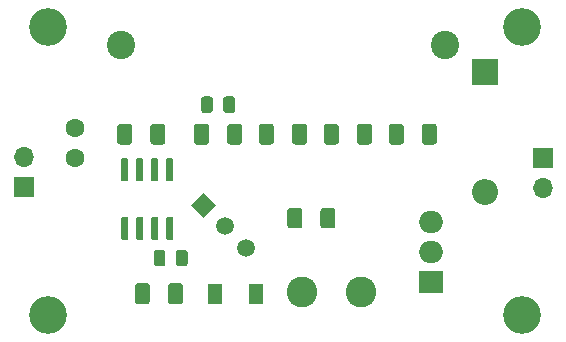
<source format=gts>
G04 #@! TF.GenerationSoftware,KiCad,Pcbnew,5.1.5+dfsg1-2build2*
G04 #@! TF.CreationDate,2021-09-03T15:27:24+02:00*
G04 #@! TF.ProjectId,180V power supply,31383056-2070-46f7-9765-722073757070,rev?*
G04 #@! TF.SameCoordinates,Original*
G04 #@! TF.FileFunction,Soldermask,Top*
G04 #@! TF.FilePolarity,Negative*
%FSLAX46Y46*%
G04 Gerber Fmt 4.6, Leading zero omitted, Abs format (unit mm)*
G04 Created by KiCad (PCBNEW 5.1.5+dfsg1-2build2) date 2021-09-03 15:27:24*
%MOMM*%
%LPD*%
G04 APERTURE LIST*
%ADD10O,1.700000X1.700000*%
%ADD11R,1.700000X1.700000*%
%ADD12C,2.400000*%
%ADD13C,3.200000*%
%ADD14C,1.600000*%
%ADD15C,0.100000*%
%ADD16R,1.300000X1.700000*%
%ADD17R,2.200000X2.200000*%
%ADD18O,2.200000X2.200000*%
%ADD19C,1.500000*%
%ADD20R,2.000000X1.905000*%
%ADD21O,2.000000X1.905000*%
%ADD22C,2.600000*%
G04 APERTURE END LIST*
D10*
X109500000Y-72040000D03*
D11*
X109500000Y-69500000D03*
X65532000Y-72000000D03*
D10*
X65532000Y-69460000D03*
D12*
X101250000Y-59944000D03*
X73750000Y-59944000D03*
D13*
X107696000Y-82804000D03*
X67564000Y-82804000D03*
X107696000Y-58420000D03*
X67564000Y-58420000D03*
D14*
X69900000Y-69500000D03*
X69900000Y-67000000D03*
D15*
G36*
X81330142Y-64301174D02*
G01*
X81353803Y-64304684D01*
X81377007Y-64310496D01*
X81399529Y-64318554D01*
X81421153Y-64328782D01*
X81441670Y-64341079D01*
X81460883Y-64355329D01*
X81478607Y-64371393D01*
X81494671Y-64389117D01*
X81508921Y-64408330D01*
X81521218Y-64428847D01*
X81531446Y-64450471D01*
X81539504Y-64472993D01*
X81545316Y-64496197D01*
X81548826Y-64519858D01*
X81550000Y-64543750D01*
X81550000Y-65456250D01*
X81548826Y-65480142D01*
X81545316Y-65503803D01*
X81539504Y-65527007D01*
X81531446Y-65549529D01*
X81521218Y-65571153D01*
X81508921Y-65591670D01*
X81494671Y-65610883D01*
X81478607Y-65628607D01*
X81460883Y-65644671D01*
X81441670Y-65658921D01*
X81421153Y-65671218D01*
X81399529Y-65681446D01*
X81377007Y-65689504D01*
X81353803Y-65695316D01*
X81330142Y-65698826D01*
X81306250Y-65700000D01*
X80818750Y-65700000D01*
X80794858Y-65698826D01*
X80771197Y-65695316D01*
X80747993Y-65689504D01*
X80725471Y-65681446D01*
X80703847Y-65671218D01*
X80683330Y-65658921D01*
X80664117Y-65644671D01*
X80646393Y-65628607D01*
X80630329Y-65610883D01*
X80616079Y-65591670D01*
X80603782Y-65571153D01*
X80593554Y-65549529D01*
X80585496Y-65527007D01*
X80579684Y-65503803D01*
X80576174Y-65480142D01*
X80575000Y-65456250D01*
X80575000Y-64543750D01*
X80576174Y-64519858D01*
X80579684Y-64496197D01*
X80585496Y-64472993D01*
X80593554Y-64450471D01*
X80603782Y-64428847D01*
X80616079Y-64408330D01*
X80630329Y-64389117D01*
X80646393Y-64371393D01*
X80664117Y-64355329D01*
X80683330Y-64341079D01*
X80703847Y-64328782D01*
X80725471Y-64318554D01*
X80747993Y-64310496D01*
X80771197Y-64304684D01*
X80794858Y-64301174D01*
X80818750Y-64300000D01*
X81306250Y-64300000D01*
X81330142Y-64301174D01*
G37*
G36*
X83205142Y-64301174D02*
G01*
X83228803Y-64304684D01*
X83252007Y-64310496D01*
X83274529Y-64318554D01*
X83296153Y-64328782D01*
X83316670Y-64341079D01*
X83335883Y-64355329D01*
X83353607Y-64371393D01*
X83369671Y-64389117D01*
X83383921Y-64408330D01*
X83396218Y-64428847D01*
X83406446Y-64450471D01*
X83414504Y-64472993D01*
X83420316Y-64496197D01*
X83423826Y-64519858D01*
X83425000Y-64543750D01*
X83425000Y-65456250D01*
X83423826Y-65480142D01*
X83420316Y-65503803D01*
X83414504Y-65527007D01*
X83406446Y-65549529D01*
X83396218Y-65571153D01*
X83383921Y-65591670D01*
X83369671Y-65610883D01*
X83353607Y-65628607D01*
X83335883Y-65644671D01*
X83316670Y-65658921D01*
X83296153Y-65671218D01*
X83274529Y-65681446D01*
X83252007Y-65689504D01*
X83228803Y-65695316D01*
X83205142Y-65698826D01*
X83181250Y-65700000D01*
X82693750Y-65700000D01*
X82669858Y-65698826D01*
X82646197Y-65695316D01*
X82622993Y-65689504D01*
X82600471Y-65681446D01*
X82578847Y-65671218D01*
X82558330Y-65658921D01*
X82539117Y-65644671D01*
X82521393Y-65628607D01*
X82505329Y-65610883D01*
X82491079Y-65591670D01*
X82478782Y-65571153D01*
X82468554Y-65549529D01*
X82460496Y-65527007D01*
X82454684Y-65503803D01*
X82451174Y-65480142D01*
X82450000Y-65456250D01*
X82450000Y-64543750D01*
X82451174Y-64519858D01*
X82454684Y-64496197D01*
X82460496Y-64472993D01*
X82468554Y-64450471D01*
X82478782Y-64428847D01*
X82491079Y-64408330D01*
X82505329Y-64389117D01*
X82521393Y-64371393D01*
X82539117Y-64355329D01*
X82558330Y-64341079D01*
X82578847Y-64328782D01*
X82600471Y-64318554D01*
X82622993Y-64310496D01*
X82646197Y-64304684D01*
X82669858Y-64301174D01*
X82693750Y-64300000D01*
X83181250Y-64300000D01*
X83205142Y-64301174D01*
G37*
G36*
X77330142Y-77301174D02*
G01*
X77353803Y-77304684D01*
X77377007Y-77310496D01*
X77399529Y-77318554D01*
X77421153Y-77328782D01*
X77441670Y-77341079D01*
X77460883Y-77355329D01*
X77478607Y-77371393D01*
X77494671Y-77389117D01*
X77508921Y-77408330D01*
X77521218Y-77428847D01*
X77531446Y-77450471D01*
X77539504Y-77472993D01*
X77545316Y-77496197D01*
X77548826Y-77519858D01*
X77550000Y-77543750D01*
X77550000Y-78456250D01*
X77548826Y-78480142D01*
X77545316Y-78503803D01*
X77539504Y-78527007D01*
X77531446Y-78549529D01*
X77521218Y-78571153D01*
X77508921Y-78591670D01*
X77494671Y-78610883D01*
X77478607Y-78628607D01*
X77460883Y-78644671D01*
X77441670Y-78658921D01*
X77421153Y-78671218D01*
X77399529Y-78681446D01*
X77377007Y-78689504D01*
X77353803Y-78695316D01*
X77330142Y-78698826D01*
X77306250Y-78700000D01*
X76818750Y-78700000D01*
X76794858Y-78698826D01*
X76771197Y-78695316D01*
X76747993Y-78689504D01*
X76725471Y-78681446D01*
X76703847Y-78671218D01*
X76683330Y-78658921D01*
X76664117Y-78644671D01*
X76646393Y-78628607D01*
X76630329Y-78610883D01*
X76616079Y-78591670D01*
X76603782Y-78571153D01*
X76593554Y-78549529D01*
X76585496Y-78527007D01*
X76579684Y-78503803D01*
X76576174Y-78480142D01*
X76575000Y-78456250D01*
X76575000Y-77543750D01*
X76576174Y-77519858D01*
X76579684Y-77496197D01*
X76585496Y-77472993D01*
X76593554Y-77450471D01*
X76603782Y-77428847D01*
X76616079Y-77408330D01*
X76630329Y-77389117D01*
X76646393Y-77371393D01*
X76664117Y-77355329D01*
X76683330Y-77341079D01*
X76703847Y-77328782D01*
X76725471Y-77318554D01*
X76747993Y-77310496D01*
X76771197Y-77304684D01*
X76794858Y-77301174D01*
X76818750Y-77300000D01*
X77306250Y-77300000D01*
X77330142Y-77301174D01*
G37*
G36*
X79205142Y-77301174D02*
G01*
X79228803Y-77304684D01*
X79252007Y-77310496D01*
X79274529Y-77318554D01*
X79296153Y-77328782D01*
X79316670Y-77341079D01*
X79335883Y-77355329D01*
X79353607Y-77371393D01*
X79369671Y-77389117D01*
X79383921Y-77408330D01*
X79396218Y-77428847D01*
X79406446Y-77450471D01*
X79414504Y-77472993D01*
X79420316Y-77496197D01*
X79423826Y-77519858D01*
X79425000Y-77543750D01*
X79425000Y-78456250D01*
X79423826Y-78480142D01*
X79420316Y-78503803D01*
X79414504Y-78527007D01*
X79406446Y-78549529D01*
X79396218Y-78571153D01*
X79383921Y-78591670D01*
X79369671Y-78610883D01*
X79353607Y-78628607D01*
X79335883Y-78644671D01*
X79316670Y-78658921D01*
X79296153Y-78671218D01*
X79274529Y-78681446D01*
X79252007Y-78689504D01*
X79228803Y-78695316D01*
X79205142Y-78698826D01*
X79181250Y-78700000D01*
X78693750Y-78700000D01*
X78669858Y-78698826D01*
X78646197Y-78695316D01*
X78622993Y-78689504D01*
X78600471Y-78681446D01*
X78578847Y-78671218D01*
X78558330Y-78658921D01*
X78539117Y-78644671D01*
X78521393Y-78628607D01*
X78505329Y-78610883D01*
X78491079Y-78591670D01*
X78478782Y-78571153D01*
X78468554Y-78549529D01*
X78460496Y-78527007D01*
X78454684Y-78503803D01*
X78451174Y-78480142D01*
X78450000Y-78456250D01*
X78450000Y-77543750D01*
X78451174Y-77519858D01*
X78454684Y-77496197D01*
X78460496Y-77472993D01*
X78468554Y-77450471D01*
X78478782Y-77428847D01*
X78491079Y-77408330D01*
X78505329Y-77389117D01*
X78521393Y-77371393D01*
X78539117Y-77355329D01*
X78558330Y-77341079D01*
X78578847Y-77328782D01*
X78600471Y-77318554D01*
X78622993Y-77310496D01*
X78646197Y-77304684D01*
X78669858Y-77301174D01*
X78693750Y-77300000D01*
X79181250Y-77300000D01*
X79205142Y-77301174D01*
G37*
D16*
X85250000Y-81000000D03*
X81750000Y-81000000D03*
D17*
X104600000Y-62200000D03*
D18*
X104600000Y-72360000D03*
D19*
X82600000Y-75300000D03*
X84396051Y-77096051D03*
D15*
G36*
X80803949Y-74564609D02*
G01*
X79743289Y-73503949D01*
X80803949Y-72443289D01*
X81864609Y-73503949D01*
X80803949Y-74564609D01*
G37*
D20*
X100000000Y-80000000D03*
D21*
X100000000Y-77460000D03*
X100000000Y-74920000D03*
D15*
G36*
X83799504Y-66626204D02*
G01*
X83823773Y-66629804D01*
X83847571Y-66635765D01*
X83870671Y-66644030D01*
X83892849Y-66654520D01*
X83913893Y-66667133D01*
X83933598Y-66681747D01*
X83951777Y-66698223D01*
X83968253Y-66716402D01*
X83982867Y-66736107D01*
X83995480Y-66757151D01*
X84005970Y-66779329D01*
X84014235Y-66802429D01*
X84020196Y-66826227D01*
X84023796Y-66850496D01*
X84025000Y-66875000D01*
X84025000Y-68125000D01*
X84023796Y-68149504D01*
X84020196Y-68173773D01*
X84014235Y-68197571D01*
X84005970Y-68220671D01*
X83995480Y-68242849D01*
X83982867Y-68263893D01*
X83968253Y-68283598D01*
X83951777Y-68301777D01*
X83933598Y-68318253D01*
X83913893Y-68332867D01*
X83892849Y-68345480D01*
X83870671Y-68355970D01*
X83847571Y-68364235D01*
X83823773Y-68370196D01*
X83799504Y-68373796D01*
X83775000Y-68375000D01*
X83025000Y-68375000D01*
X83000496Y-68373796D01*
X82976227Y-68370196D01*
X82952429Y-68364235D01*
X82929329Y-68355970D01*
X82907151Y-68345480D01*
X82886107Y-68332867D01*
X82866402Y-68318253D01*
X82848223Y-68301777D01*
X82831747Y-68283598D01*
X82817133Y-68263893D01*
X82804520Y-68242849D01*
X82794030Y-68220671D01*
X82785765Y-68197571D01*
X82779804Y-68173773D01*
X82776204Y-68149504D01*
X82775000Y-68125000D01*
X82775000Y-66875000D01*
X82776204Y-66850496D01*
X82779804Y-66826227D01*
X82785765Y-66802429D01*
X82794030Y-66779329D01*
X82804520Y-66757151D01*
X82817133Y-66736107D01*
X82831747Y-66716402D01*
X82848223Y-66698223D01*
X82866402Y-66681747D01*
X82886107Y-66667133D01*
X82907151Y-66654520D01*
X82929329Y-66644030D01*
X82952429Y-66635765D01*
X82976227Y-66629804D01*
X83000496Y-66626204D01*
X83025000Y-66625000D01*
X83775000Y-66625000D01*
X83799504Y-66626204D01*
G37*
G36*
X80999504Y-66626204D02*
G01*
X81023773Y-66629804D01*
X81047571Y-66635765D01*
X81070671Y-66644030D01*
X81092849Y-66654520D01*
X81113893Y-66667133D01*
X81133598Y-66681747D01*
X81151777Y-66698223D01*
X81168253Y-66716402D01*
X81182867Y-66736107D01*
X81195480Y-66757151D01*
X81205970Y-66779329D01*
X81214235Y-66802429D01*
X81220196Y-66826227D01*
X81223796Y-66850496D01*
X81225000Y-66875000D01*
X81225000Y-68125000D01*
X81223796Y-68149504D01*
X81220196Y-68173773D01*
X81214235Y-68197571D01*
X81205970Y-68220671D01*
X81195480Y-68242849D01*
X81182867Y-68263893D01*
X81168253Y-68283598D01*
X81151777Y-68301777D01*
X81133598Y-68318253D01*
X81113893Y-68332867D01*
X81092849Y-68345480D01*
X81070671Y-68355970D01*
X81047571Y-68364235D01*
X81023773Y-68370196D01*
X80999504Y-68373796D01*
X80975000Y-68375000D01*
X80225000Y-68375000D01*
X80200496Y-68373796D01*
X80176227Y-68370196D01*
X80152429Y-68364235D01*
X80129329Y-68355970D01*
X80107151Y-68345480D01*
X80086107Y-68332867D01*
X80066402Y-68318253D01*
X80048223Y-68301777D01*
X80031747Y-68283598D01*
X80017133Y-68263893D01*
X80004520Y-68242849D01*
X79994030Y-68220671D01*
X79985765Y-68197571D01*
X79979804Y-68173773D01*
X79976204Y-68149504D01*
X79975000Y-68125000D01*
X79975000Y-66875000D01*
X79976204Y-66850496D01*
X79979804Y-66826227D01*
X79985765Y-66802429D01*
X79994030Y-66779329D01*
X80004520Y-66757151D01*
X80017133Y-66736107D01*
X80031747Y-66716402D01*
X80048223Y-66698223D01*
X80066402Y-66681747D01*
X80086107Y-66667133D01*
X80107151Y-66654520D01*
X80129329Y-66644030D01*
X80152429Y-66635765D01*
X80176227Y-66629804D01*
X80200496Y-66626204D01*
X80225000Y-66625000D01*
X80975000Y-66625000D01*
X80999504Y-66626204D01*
G37*
G36*
X77299504Y-66626204D02*
G01*
X77323773Y-66629804D01*
X77347571Y-66635765D01*
X77370671Y-66644030D01*
X77392849Y-66654520D01*
X77413893Y-66667133D01*
X77433598Y-66681747D01*
X77451777Y-66698223D01*
X77468253Y-66716402D01*
X77482867Y-66736107D01*
X77495480Y-66757151D01*
X77505970Y-66779329D01*
X77514235Y-66802429D01*
X77520196Y-66826227D01*
X77523796Y-66850496D01*
X77525000Y-66875000D01*
X77525000Y-68125000D01*
X77523796Y-68149504D01*
X77520196Y-68173773D01*
X77514235Y-68197571D01*
X77505970Y-68220671D01*
X77495480Y-68242849D01*
X77482867Y-68263893D01*
X77468253Y-68283598D01*
X77451777Y-68301777D01*
X77433598Y-68318253D01*
X77413893Y-68332867D01*
X77392849Y-68345480D01*
X77370671Y-68355970D01*
X77347571Y-68364235D01*
X77323773Y-68370196D01*
X77299504Y-68373796D01*
X77275000Y-68375000D01*
X76525000Y-68375000D01*
X76500496Y-68373796D01*
X76476227Y-68370196D01*
X76452429Y-68364235D01*
X76429329Y-68355970D01*
X76407151Y-68345480D01*
X76386107Y-68332867D01*
X76366402Y-68318253D01*
X76348223Y-68301777D01*
X76331747Y-68283598D01*
X76317133Y-68263893D01*
X76304520Y-68242849D01*
X76294030Y-68220671D01*
X76285765Y-68197571D01*
X76279804Y-68173773D01*
X76276204Y-68149504D01*
X76275000Y-68125000D01*
X76275000Y-66875000D01*
X76276204Y-66850496D01*
X76279804Y-66826227D01*
X76285765Y-66802429D01*
X76294030Y-66779329D01*
X76304520Y-66757151D01*
X76317133Y-66736107D01*
X76331747Y-66716402D01*
X76348223Y-66698223D01*
X76366402Y-66681747D01*
X76386107Y-66667133D01*
X76407151Y-66654520D01*
X76429329Y-66644030D01*
X76452429Y-66635765D01*
X76476227Y-66629804D01*
X76500496Y-66626204D01*
X76525000Y-66625000D01*
X77275000Y-66625000D01*
X77299504Y-66626204D01*
G37*
G36*
X74499504Y-66626204D02*
G01*
X74523773Y-66629804D01*
X74547571Y-66635765D01*
X74570671Y-66644030D01*
X74592849Y-66654520D01*
X74613893Y-66667133D01*
X74633598Y-66681747D01*
X74651777Y-66698223D01*
X74668253Y-66716402D01*
X74682867Y-66736107D01*
X74695480Y-66757151D01*
X74705970Y-66779329D01*
X74714235Y-66802429D01*
X74720196Y-66826227D01*
X74723796Y-66850496D01*
X74725000Y-66875000D01*
X74725000Y-68125000D01*
X74723796Y-68149504D01*
X74720196Y-68173773D01*
X74714235Y-68197571D01*
X74705970Y-68220671D01*
X74695480Y-68242849D01*
X74682867Y-68263893D01*
X74668253Y-68283598D01*
X74651777Y-68301777D01*
X74633598Y-68318253D01*
X74613893Y-68332867D01*
X74592849Y-68345480D01*
X74570671Y-68355970D01*
X74547571Y-68364235D01*
X74523773Y-68370196D01*
X74499504Y-68373796D01*
X74475000Y-68375000D01*
X73725000Y-68375000D01*
X73700496Y-68373796D01*
X73676227Y-68370196D01*
X73652429Y-68364235D01*
X73629329Y-68355970D01*
X73607151Y-68345480D01*
X73586107Y-68332867D01*
X73566402Y-68318253D01*
X73548223Y-68301777D01*
X73531747Y-68283598D01*
X73517133Y-68263893D01*
X73504520Y-68242849D01*
X73494030Y-68220671D01*
X73485765Y-68197571D01*
X73479804Y-68173773D01*
X73476204Y-68149504D01*
X73475000Y-68125000D01*
X73475000Y-66875000D01*
X73476204Y-66850496D01*
X73479804Y-66826227D01*
X73485765Y-66802429D01*
X73494030Y-66779329D01*
X73504520Y-66757151D01*
X73517133Y-66736107D01*
X73531747Y-66716402D01*
X73548223Y-66698223D01*
X73566402Y-66681747D01*
X73586107Y-66667133D01*
X73607151Y-66654520D01*
X73629329Y-66644030D01*
X73652429Y-66635765D01*
X73676227Y-66629804D01*
X73700496Y-66626204D01*
X73725000Y-66625000D01*
X74475000Y-66625000D01*
X74499504Y-66626204D01*
G37*
G36*
X86499504Y-66626204D02*
G01*
X86523773Y-66629804D01*
X86547571Y-66635765D01*
X86570671Y-66644030D01*
X86592849Y-66654520D01*
X86613893Y-66667133D01*
X86633598Y-66681747D01*
X86651777Y-66698223D01*
X86668253Y-66716402D01*
X86682867Y-66736107D01*
X86695480Y-66757151D01*
X86705970Y-66779329D01*
X86714235Y-66802429D01*
X86720196Y-66826227D01*
X86723796Y-66850496D01*
X86725000Y-66875000D01*
X86725000Y-68125000D01*
X86723796Y-68149504D01*
X86720196Y-68173773D01*
X86714235Y-68197571D01*
X86705970Y-68220671D01*
X86695480Y-68242849D01*
X86682867Y-68263893D01*
X86668253Y-68283598D01*
X86651777Y-68301777D01*
X86633598Y-68318253D01*
X86613893Y-68332867D01*
X86592849Y-68345480D01*
X86570671Y-68355970D01*
X86547571Y-68364235D01*
X86523773Y-68370196D01*
X86499504Y-68373796D01*
X86475000Y-68375000D01*
X85725000Y-68375000D01*
X85700496Y-68373796D01*
X85676227Y-68370196D01*
X85652429Y-68364235D01*
X85629329Y-68355970D01*
X85607151Y-68345480D01*
X85586107Y-68332867D01*
X85566402Y-68318253D01*
X85548223Y-68301777D01*
X85531747Y-68283598D01*
X85517133Y-68263893D01*
X85504520Y-68242849D01*
X85494030Y-68220671D01*
X85485765Y-68197571D01*
X85479804Y-68173773D01*
X85476204Y-68149504D01*
X85475000Y-68125000D01*
X85475000Y-66875000D01*
X85476204Y-66850496D01*
X85479804Y-66826227D01*
X85485765Y-66802429D01*
X85494030Y-66779329D01*
X85504520Y-66757151D01*
X85517133Y-66736107D01*
X85531747Y-66716402D01*
X85548223Y-66698223D01*
X85566402Y-66681747D01*
X85586107Y-66667133D01*
X85607151Y-66654520D01*
X85629329Y-66644030D01*
X85652429Y-66635765D01*
X85676227Y-66629804D01*
X85700496Y-66626204D01*
X85725000Y-66625000D01*
X86475000Y-66625000D01*
X86499504Y-66626204D01*
G37*
G36*
X89299504Y-66626204D02*
G01*
X89323773Y-66629804D01*
X89347571Y-66635765D01*
X89370671Y-66644030D01*
X89392849Y-66654520D01*
X89413893Y-66667133D01*
X89433598Y-66681747D01*
X89451777Y-66698223D01*
X89468253Y-66716402D01*
X89482867Y-66736107D01*
X89495480Y-66757151D01*
X89505970Y-66779329D01*
X89514235Y-66802429D01*
X89520196Y-66826227D01*
X89523796Y-66850496D01*
X89525000Y-66875000D01*
X89525000Y-68125000D01*
X89523796Y-68149504D01*
X89520196Y-68173773D01*
X89514235Y-68197571D01*
X89505970Y-68220671D01*
X89495480Y-68242849D01*
X89482867Y-68263893D01*
X89468253Y-68283598D01*
X89451777Y-68301777D01*
X89433598Y-68318253D01*
X89413893Y-68332867D01*
X89392849Y-68345480D01*
X89370671Y-68355970D01*
X89347571Y-68364235D01*
X89323773Y-68370196D01*
X89299504Y-68373796D01*
X89275000Y-68375000D01*
X88525000Y-68375000D01*
X88500496Y-68373796D01*
X88476227Y-68370196D01*
X88452429Y-68364235D01*
X88429329Y-68355970D01*
X88407151Y-68345480D01*
X88386107Y-68332867D01*
X88366402Y-68318253D01*
X88348223Y-68301777D01*
X88331747Y-68283598D01*
X88317133Y-68263893D01*
X88304520Y-68242849D01*
X88294030Y-68220671D01*
X88285765Y-68197571D01*
X88279804Y-68173773D01*
X88276204Y-68149504D01*
X88275000Y-68125000D01*
X88275000Y-66875000D01*
X88276204Y-66850496D01*
X88279804Y-66826227D01*
X88285765Y-66802429D01*
X88294030Y-66779329D01*
X88304520Y-66757151D01*
X88317133Y-66736107D01*
X88331747Y-66716402D01*
X88348223Y-66698223D01*
X88366402Y-66681747D01*
X88386107Y-66667133D01*
X88407151Y-66654520D01*
X88429329Y-66644030D01*
X88452429Y-66635765D01*
X88476227Y-66629804D01*
X88500496Y-66626204D01*
X88525000Y-66625000D01*
X89275000Y-66625000D01*
X89299504Y-66626204D01*
G37*
G36*
X94799504Y-66626204D02*
G01*
X94823773Y-66629804D01*
X94847571Y-66635765D01*
X94870671Y-66644030D01*
X94892849Y-66654520D01*
X94913893Y-66667133D01*
X94933598Y-66681747D01*
X94951777Y-66698223D01*
X94968253Y-66716402D01*
X94982867Y-66736107D01*
X94995480Y-66757151D01*
X95005970Y-66779329D01*
X95014235Y-66802429D01*
X95020196Y-66826227D01*
X95023796Y-66850496D01*
X95025000Y-66875000D01*
X95025000Y-68125000D01*
X95023796Y-68149504D01*
X95020196Y-68173773D01*
X95014235Y-68197571D01*
X95005970Y-68220671D01*
X94995480Y-68242849D01*
X94982867Y-68263893D01*
X94968253Y-68283598D01*
X94951777Y-68301777D01*
X94933598Y-68318253D01*
X94913893Y-68332867D01*
X94892849Y-68345480D01*
X94870671Y-68355970D01*
X94847571Y-68364235D01*
X94823773Y-68370196D01*
X94799504Y-68373796D01*
X94775000Y-68375000D01*
X94025000Y-68375000D01*
X94000496Y-68373796D01*
X93976227Y-68370196D01*
X93952429Y-68364235D01*
X93929329Y-68355970D01*
X93907151Y-68345480D01*
X93886107Y-68332867D01*
X93866402Y-68318253D01*
X93848223Y-68301777D01*
X93831747Y-68283598D01*
X93817133Y-68263893D01*
X93804520Y-68242849D01*
X93794030Y-68220671D01*
X93785765Y-68197571D01*
X93779804Y-68173773D01*
X93776204Y-68149504D01*
X93775000Y-68125000D01*
X93775000Y-66875000D01*
X93776204Y-66850496D01*
X93779804Y-66826227D01*
X93785765Y-66802429D01*
X93794030Y-66779329D01*
X93804520Y-66757151D01*
X93817133Y-66736107D01*
X93831747Y-66716402D01*
X93848223Y-66698223D01*
X93866402Y-66681747D01*
X93886107Y-66667133D01*
X93907151Y-66654520D01*
X93929329Y-66644030D01*
X93952429Y-66635765D01*
X93976227Y-66629804D01*
X94000496Y-66626204D01*
X94025000Y-66625000D01*
X94775000Y-66625000D01*
X94799504Y-66626204D01*
G37*
G36*
X91999504Y-66626204D02*
G01*
X92023773Y-66629804D01*
X92047571Y-66635765D01*
X92070671Y-66644030D01*
X92092849Y-66654520D01*
X92113893Y-66667133D01*
X92133598Y-66681747D01*
X92151777Y-66698223D01*
X92168253Y-66716402D01*
X92182867Y-66736107D01*
X92195480Y-66757151D01*
X92205970Y-66779329D01*
X92214235Y-66802429D01*
X92220196Y-66826227D01*
X92223796Y-66850496D01*
X92225000Y-66875000D01*
X92225000Y-68125000D01*
X92223796Y-68149504D01*
X92220196Y-68173773D01*
X92214235Y-68197571D01*
X92205970Y-68220671D01*
X92195480Y-68242849D01*
X92182867Y-68263893D01*
X92168253Y-68283598D01*
X92151777Y-68301777D01*
X92133598Y-68318253D01*
X92113893Y-68332867D01*
X92092849Y-68345480D01*
X92070671Y-68355970D01*
X92047571Y-68364235D01*
X92023773Y-68370196D01*
X91999504Y-68373796D01*
X91975000Y-68375000D01*
X91225000Y-68375000D01*
X91200496Y-68373796D01*
X91176227Y-68370196D01*
X91152429Y-68364235D01*
X91129329Y-68355970D01*
X91107151Y-68345480D01*
X91086107Y-68332867D01*
X91066402Y-68318253D01*
X91048223Y-68301777D01*
X91031747Y-68283598D01*
X91017133Y-68263893D01*
X91004520Y-68242849D01*
X90994030Y-68220671D01*
X90985765Y-68197571D01*
X90979804Y-68173773D01*
X90976204Y-68149504D01*
X90975000Y-68125000D01*
X90975000Y-66875000D01*
X90976204Y-66850496D01*
X90979804Y-66826227D01*
X90985765Y-66802429D01*
X90994030Y-66779329D01*
X91004520Y-66757151D01*
X91017133Y-66736107D01*
X91031747Y-66716402D01*
X91048223Y-66698223D01*
X91066402Y-66681747D01*
X91086107Y-66667133D01*
X91107151Y-66654520D01*
X91129329Y-66644030D01*
X91152429Y-66635765D01*
X91176227Y-66629804D01*
X91200496Y-66626204D01*
X91225000Y-66625000D01*
X91975000Y-66625000D01*
X91999504Y-66626204D01*
G37*
G36*
X97499504Y-66626204D02*
G01*
X97523773Y-66629804D01*
X97547571Y-66635765D01*
X97570671Y-66644030D01*
X97592849Y-66654520D01*
X97613893Y-66667133D01*
X97633598Y-66681747D01*
X97651777Y-66698223D01*
X97668253Y-66716402D01*
X97682867Y-66736107D01*
X97695480Y-66757151D01*
X97705970Y-66779329D01*
X97714235Y-66802429D01*
X97720196Y-66826227D01*
X97723796Y-66850496D01*
X97725000Y-66875000D01*
X97725000Y-68125000D01*
X97723796Y-68149504D01*
X97720196Y-68173773D01*
X97714235Y-68197571D01*
X97705970Y-68220671D01*
X97695480Y-68242849D01*
X97682867Y-68263893D01*
X97668253Y-68283598D01*
X97651777Y-68301777D01*
X97633598Y-68318253D01*
X97613893Y-68332867D01*
X97592849Y-68345480D01*
X97570671Y-68355970D01*
X97547571Y-68364235D01*
X97523773Y-68370196D01*
X97499504Y-68373796D01*
X97475000Y-68375000D01*
X96725000Y-68375000D01*
X96700496Y-68373796D01*
X96676227Y-68370196D01*
X96652429Y-68364235D01*
X96629329Y-68355970D01*
X96607151Y-68345480D01*
X96586107Y-68332867D01*
X96566402Y-68318253D01*
X96548223Y-68301777D01*
X96531747Y-68283598D01*
X96517133Y-68263893D01*
X96504520Y-68242849D01*
X96494030Y-68220671D01*
X96485765Y-68197571D01*
X96479804Y-68173773D01*
X96476204Y-68149504D01*
X96475000Y-68125000D01*
X96475000Y-66875000D01*
X96476204Y-66850496D01*
X96479804Y-66826227D01*
X96485765Y-66802429D01*
X96494030Y-66779329D01*
X96504520Y-66757151D01*
X96517133Y-66736107D01*
X96531747Y-66716402D01*
X96548223Y-66698223D01*
X96566402Y-66681747D01*
X96586107Y-66667133D01*
X96607151Y-66654520D01*
X96629329Y-66644030D01*
X96652429Y-66635765D01*
X96676227Y-66629804D01*
X96700496Y-66626204D01*
X96725000Y-66625000D01*
X97475000Y-66625000D01*
X97499504Y-66626204D01*
G37*
G36*
X100299504Y-66626204D02*
G01*
X100323773Y-66629804D01*
X100347571Y-66635765D01*
X100370671Y-66644030D01*
X100392849Y-66654520D01*
X100413893Y-66667133D01*
X100433598Y-66681747D01*
X100451777Y-66698223D01*
X100468253Y-66716402D01*
X100482867Y-66736107D01*
X100495480Y-66757151D01*
X100505970Y-66779329D01*
X100514235Y-66802429D01*
X100520196Y-66826227D01*
X100523796Y-66850496D01*
X100525000Y-66875000D01*
X100525000Y-68125000D01*
X100523796Y-68149504D01*
X100520196Y-68173773D01*
X100514235Y-68197571D01*
X100505970Y-68220671D01*
X100495480Y-68242849D01*
X100482867Y-68263893D01*
X100468253Y-68283598D01*
X100451777Y-68301777D01*
X100433598Y-68318253D01*
X100413893Y-68332867D01*
X100392849Y-68345480D01*
X100370671Y-68355970D01*
X100347571Y-68364235D01*
X100323773Y-68370196D01*
X100299504Y-68373796D01*
X100275000Y-68375000D01*
X99525000Y-68375000D01*
X99500496Y-68373796D01*
X99476227Y-68370196D01*
X99452429Y-68364235D01*
X99429329Y-68355970D01*
X99407151Y-68345480D01*
X99386107Y-68332867D01*
X99366402Y-68318253D01*
X99348223Y-68301777D01*
X99331747Y-68283598D01*
X99317133Y-68263893D01*
X99304520Y-68242849D01*
X99294030Y-68220671D01*
X99285765Y-68197571D01*
X99279804Y-68173773D01*
X99276204Y-68149504D01*
X99275000Y-68125000D01*
X99275000Y-66875000D01*
X99276204Y-66850496D01*
X99279804Y-66826227D01*
X99285765Y-66802429D01*
X99294030Y-66779329D01*
X99304520Y-66757151D01*
X99317133Y-66736107D01*
X99331747Y-66716402D01*
X99348223Y-66698223D01*
X99366402Y-66681747D01*
X99386107Y-66667133D01*
X99407151Y-66654520D01*
X99429329Y-66644030D01*
X99452429Y-66635765D01*
X99476227Y-66629804D01*
X99500496Y-66626204D01*
X99525000Y-66625000D01*
X100275000Y-66625000D01*
X100299504Y-66626204D01*
G37*
G36*
X75999504Y-80126204D02*
G01*
X76023773Y-80129804D01*
X76047571Y-80135765D01*
X76070671Y-80144030D01*
X76092849Y-80154520D01*
X76113893Y-80167133D01*
X76133598Y-80181747D01*
X76151777Y-80198223D01*
X76168253Y-80216402D01*
X76182867Y-80236107D01*
X76195480Y-80257151D01*
X76205970Y-80279329D01*
X76214235Y-80302429D01*
X76220196Y-80326227D01*
X76223796Y-80350496D01*
X76225000Y-80375000D01*
X76225000Y-81625000D01*
X76223796Y-81649504D01*
X76220196Y-81673773D01*
X76214235Y-81697571D01*
X76205970Y-81720671D01*
X76195480Y-81742849D01*
X76182867Y-81763893D01*
X76168253Y-81783598D01*
X76151777Y-81801777D01*
X76133598Y-81818253D01*
X76113893Y-81832867D01*
X76092849Y-81845480D01*
X76070671Y-81855970D01*
X76047571Y-81864235D01*
X76023773Y-81870196D01*
X75999504Y-81873796D01*
X75975000Y-81875000D01*
X75225000Y-81875000D01*
X75200496Y-81873796D01*
X75176227Y-81870196D01*
X75152429Y-81864235D01*
X75129329Y-81855970D01*
X75107151Y-81845480D01*
X75086107Y-81832867D01*
X75066402Y-81818253D01*
X75048223Y-81801777D01*
X75031747Y-81783598D01*
X75017133Y-81763893D01*
X75004520Y-81742849D01*
X74994030Y-81720671D01*
X74985765Y-81697571D01*
X74979804Y-81673773D01*
X74976204Y-81649504D01*
X74975000Y-81625000D01*
X74975000Y-80375000D01*
X74976204Y-80350496D01*
X74979804Y-80326227D01*
X74985765Y-80302429D01*
X74994030Y-80279329D01*
X75004520Y-80257151D01*
X75017133Y-80236107D01*
X75031747Y-80216402D01*
X75048223Y-80198223D01*
X75066402Y-80181747D01*
X75086107Y-80167133D01*
X75107151Y-80154520D01*
X75129329Y-80144030D01*
X75152429Y-80135765D01*
X75176227Y-80129804D01*
X75200496Y-80126204D01*
X75225000Y-80125000D01*
X75975000Y-80125000D01*
X75999504Y-80126204D01*
G37*
G36*
X78799504Y-80126204D02*
G01*
X78823773Y-80129804D01*
X78847571Y-80135765D01*
X78870671Y-80144030D01*
X78892849Y-80154520D01*
X78913893Y-80167133D01*
X78933598Y-80181747D01*
X78951777Y-80198223D01*
X78968253Y-80216402D01*
X78982867Y-80236107D01*
X78995480Y-80257151D01*
X79005970Y-80279329D01*
X79014235Y-80302429D01*
X79020196Y-80326227D01*
X79023796Y-80350496D01*
X79025000Y-80375000D01*
X79025000Y-81625000D01*
X79023796Y-81649504D01*
X79020196Y-81673773D01*
X79014235Y-81697571D01*
X79005970Y-81720671D01*
X78995480Y-81742849D01*
X78982867Y-81763893D01*
X78968253Y-81783598D01*
X78951777Y-81801777D01*
X78933598Y-81818253D01*
X78913893Y-81832867D01*
X78892849Y-81845480D01*
X78870671Y-81855970D01*
X78847571Y-81864235D01*
X78823773Y-81870196D01*
X78799504Y-81873796D01*
X78775000Y-81875000D01*
X78025000Y-81875000D01*
X78000496Y-81873796D01*
X77976227Y-81870196D01*
X77952429Y-81864235D01*
X77929329Y-81855970D01*
X77907151Y-81845480D01*
X77886107Y-81832867D01*
X77866402Y-81818253D01*
X77848223Y-81801777D01*
X77831747Y-81783598D01*
X77817133Y-81763893D01*
X77804520Y-81742849D01*
X77794030Y-81720671D01*
X77785765Y-81697571D01*
X77779804Y-81673773D01*
X77776204Y-81649504D01*
X77775000Y-81625000D01*
X77775000Y-80375000D01*
X77776204Y-80350496D01*
X77779804Y-80326227D01*
X77785765Y-80302429D01*
X77794030Y-80279329D01*
X77804520Y-80257151D01*
X77817133Y-80236107D01*
X77831747Y-80216402D01*
X77848223Y-80198223D01*
X77866402Y-80181747D01*
X77886107Y-80167133D01*
X77907151Y-80154520D01*
X77929329Y-80144030D01*
X77952429Y-80135765D01*
X77976227Y-80129804D01*
X78000496Y-80126204D01*
X78025000Y-80125000D01*
X78775000Y-80125000D01*
X78799504Y-80126204D01*
G37*
G36*
X91699504Y-73726204D02*
G01*
X91723773Y-73729804D01*
X91747571Y-73735765D01*
X91770671Y-73744030D01*
X91792849Y-73754520D01*
X91813893Y-73767133D01*
X91833598Y-73781747D01*
X91851777Y-73798223D01*
X91868253Y-73816402D01*
X91882867Y-73836107D01*
X91895480Y-73857151D01*
X91905970Y-73879329D01*
X91914235Y-73902429D01*
X91920196Y-73926227D01*
X91923796Y-73950496D01*
X91925000Y-73975000D01*
X91925000Y-75225000D01*
X91923796Y-75249504D01*
X91920196Y-75273773D01*
X91914235Y-75297571D01*
X91905970Y-75320671D01*
X91895480Y-75342849D01*
X91882867Y-75363893D01*
X91868253Y-75383598D01*
X91851777Y-75401777D01*
X91833598Y-75418253D01*
X91813893Y-75432867D01*
X91792849Y-75445480D01*
X91770671Y-75455970D01*
X91747571Y-75464235D01*
X91723773Y-75470196D01*
X91699504Y-75473796D01*
X91675000Y-75475000D01*
X90925000Y-75475000D01*
X90900496Y-75473796D01*
X90876227Y-75470196D01*
X90852429Y-75464235D01*
X90829329Y-75455970D01*
X90807151Y-75445480D01*
X90786107Y-75432867D01*
X90766402Y-75418253D01*
X90748223Y-75401777D01*
X90731747Y-75383598D01*
X90717133Y-75363893D01*
X90704520Y-75342849D01*
X90694030Y-75320671D01*
X90685765Y-75297571D01*
X90679804Y-75273773D01*
X90676204Y-75249504D01*
X90675000Y-75225000D01*
X90675000Y-73975000D01*
X90676204Y-73950496D01*
X90679804Y-73926227D01*
X90685765Y-73902429D01*
X90694030Y-73879329D01*
X90704520Y-73857151D01*
X90717133Y-73836107D01*
X90731747Y-73816402D01*
X90748223Y-73798223D01*
X90766402Y-73781747D01*
X90786107Y-73767133D01*
X90807151Y-73754520D01*
X90829329Y-73744030D01*
X90852429Y-73735765D01*
X90876227Y-73729804D01*
X90900496Y-73726204D01*
X90925000Y-73725000D01*
X91675000Y-73725000D01*
X91699504Y-73726204D01*
G37*
G36*
X88899504Y-73726204D02*
G01*
X88923773Y-73729804D01*
X88947571Y-73735765D01*
X88970671Y-73744030D01*
X88992849Y-73754520D01*
X89013893Y-73767133D01*
X89033598Y-73781747D01*
X89051777Y-73798223D01*
X89068253Y-73816402D01*
X89082867Y-73836107D01*
X89095480Y-73857151D01*
X89105970Y-73879329D01*
X89114235Y-73902429D01*
X89120196Y-73926227D01*
X89123796Y-73950496D01*
X89125000Y-73975000D01*
X89125000Y-75225000D01*
X89123796Y-75249504D01*
X89120196Y-75273773D01*
X89114235Y-75297571D01*
X89105970Y-75320671D01*
X89095480Y-75342849D01*
X89082867Y-75363893D01*
X89068253Y-75383598D01*
X89051777Y-75401777D01*
X89033598Y-75418253D01*
X89013893Y-75432867D01*
X88992849Y-75445480D01*
X88970671Y-75455970D01*
X88947571Y-75464235D01*
X88923773Y-75470196D01*
X88899504Y-75473796D01*
X88875000Y-75475000D01*
X88125000Y-75475000D01*
X88100496Y-75473796D01*
X88076227Y-75470196D01*
X88052429Y-75464235D01*
X88029329Y-75455970D01*
X88007151Y-75445480D01*
X87986107Y-75432867D01*
X87966402Y-75418253D01*
X87948223Y-75401777D01*
X87931747Y-75383598D01*
X87917133Y-75363893D01*
X87904520Y-75342849D01*
X87894030Y-75320671D01*
X87885765Y-75297571D01*
X87879804Y-75273773D01*
X87876204Y-75249504D01*
X87875000Y-75225000D01*
X87875000Y-73975000D01*
X87876204Y-73950496D01*
X87879804Y-73926227D01*
X87885765Y-73902429D01*
X87894030Y-73879329D01*
X87904520Y-73857151D01*
X87917133Y-73836107D01*
X87931747Y-73816402D01*
X87948223Y-73798223D01*
X87966402Y-73781747D01*
X87986107Y-73767133D01*
X88007151Y-73754520D01*
X88029329Y-73744030D01*
X88052429Y-73735765D01*
X88076227Y-73729804D01*
X88100496Y-73726204D01*
X88125000Y-73725000D01*
X88875000Y-73725000D01*
X88899504Y-73726204D01*
G37*
G36*
X74259703Y-74500722D02*
G01*
X74274264Y-74502882D01*
X74288543Y-74506459D01*
X74302403Y-74511418D01*
X74315710Y-74517712D01*
X74328336Y-74525280D01*
X74340159Y-74534048D01*
X74351066Y-74543934D01*
X74360952Y-74554841D01*
X74369720Y-74566664D01*
X74377288Y-74579290D01*
X74383582Y-74592597D01*
X74388541Y-74606457D01*
X74392118Y-74620736D01*
X74394278Y-74635297D01*
X74395000Y-74650000D01*
X74395000Y-76300000D01*
X74394278Y-76314703D01*
X74392118Y-76329264D01*
X74388541Y-76343543D01*
X74383582Y-76357403D01*
X74377288Y-76370710D01*
X74369720Y-76383336D01*
X74360952Y-76395159D01*
X74351066Y-76406066D01*
X74340159Y-76415952D01*
X74328336Y-76424720D01*
X74315710Y-76432288D01*
X74302403Y-76438582D01*
X74288543Y-76443541D01*
X74274264Y-76447118D01*
X74259703Y-76449278D01*
X74245000Y-76450000D01*
X73945000Y-76450000D01*
X73930297Y-76449278D01*
X73915736Y-76447118D01*
X73901457Y-76443541D01*
X73887597Y-76438582D01*
X73874290Y-76432288D01*
X73861664Y-76424720D01*
X73849841Y-76415952D01*
X73838934Y-76406066D01*
X73829048Y-76395159D01*
X73820280Y-76383336D01*
X73812712Y-76370710D01*
X73806418Y-76357403D01*
X73801459Y-76343543D01*
X73797882Y-76329264D01*
X73795722Y-76314703D01*
X73795000Y-76300000D01*
X73795000Y-74650000D01*
X73795722Y-74635297D01*
X73797882Y-74620736D01*
X73801459Y-74606457D01*
X73806418Y-74592597D01*
X73812712Y-74579290D01*
X73820280Y-74566664D01*
X73829048Y-74554841D01*
X73838934Y-74543934D01*
X73849841Y-74534048D01*
X73861664Y-74525280D01*
X73874290Y-74517712D01*
X73887597Y-74511418D01*
X73901457Y-74506459D01*
X73915736Y-74502882D01*
X73930297Y-74500722D01*
X73945000Y-74500000D01*
X74245000Y-74500000D01*
X74259703Y-74500722D01*
G37*
G36*
X75529703Y-74500722D02*
G01*
X75544264Y-74502882D01*
X75558543Y-74506459D01*
X75572403Y-74511418D01*
X75585710Y-74517712D01*
X75598336Y-74525280D01*
X75610159Y-74534048D01*
X75621066Y-74543934D01*
X75630952Y-74554841D01*
X75639720Y-74566664D01*
X75647288Y-74579290D01*
X75653582Y-74592597D01*
X75658541Y-74606457D01*
X75662118Y-74620736D01*
X75664278Y-74635297D01*
X75665000Y-74650000D01*
X75665000Y-76300000D01*
X75664278Y-76314703D01*
X75662118Y-76329264D01*
X75658541Y-76343543D01*
X75653582Y-76357403D01*
X75647288Y-76370710D01*
X75639720Y-76383336D01*
X75630952Y-76395159D01*
X75621066Y-76406066D01*
X75610159Y-76415952D01*
X75598336Y-76424720D01*
X75585710Y-76432288D01*
X75572403Y-76438582D01*
X75558543Y-76443541D01*
X75544264Y-76447118D01*
X75529703Y-76449278D01*
X75515000Y-76450000D01*
X75215000Y-76450000D01*
X75200297Y-76449278D01*
X75185736Y-76447118D01*
X75171457Y-76443541D01*
X75157597Y-76438582D01*
X75144290Y-76432288D01*
X75131664Y-76424720D01*
X75119841Y-76415952D01*
X75108934Y-76406066D01*
X75099048Y-76395159D01*
X75090280Y-76383336D01*
X75082712Y-76370710D01*
X75076418Y-76357403D01*
X75071459Y-76343543D01*
X75067882Y-76329264D01*
X75065722Y-76314703D01*
X75065000Y-76300000D01*
X75065000Y-74650000D01*
X75065722Y-74635297D01*
X75067882Y-74620736D01*
X75071459Y-74606457D01*
X75076418Y-74592597D01*
X75082712Y-74579290D01*
X75090280Y-74566664D01*
X75099048Y-74554841D01*
X75108934Y-74543934D01*
X75119841Y-74534048D01*
X75131664Y-74525280D01*
X75144290Y-74517712D01*
X75157597Y-74511418D01*
X75171457Y-74506459D01*
X75185736Y-74502882D01*
X75200297Y-74500722D01*
X75215000Y-74500000D01*
X75515000Y-74500000D01*
X75529703Y-74500722D01*
G37*
G36*
X76799703Y-74500722D02*
G01*
X76814264Y-74502882D01*
X76828543Y-74506459D01*
X76842403Y-74511418D01*
X76855710Y-74517712D01*
X76868336Y-74525280D01*
X76880159Y-74534048D01*
X76891066Y-74543934D01*
X76900952Y-74554841D01*
X76909720Y-74566664D01*
X76917288Y-74579290D01*
X76923582Y-74592597D01*
X76928541Y-74606457D01*
X76932118Y-74620736D01*
X76934278Y-74635297D01*
X76935000Y-74650000D01*
X76935000Y-76300000D01*
X76934278Y-76314703D01*
X76932118Y-76329264D01*
X76928541Y-76343543D01*
X76923582Y-76357403D01*
X76917288Y-76370710D01*
X76909720Y-76383336D01*
X76900952Y-76395159D01*
X76891066Y-76406066D01*
X76880159Y-76415952D01*
X76868336Y-76424720D01*
X76855710Y-76432288D01*
X76842403Y-76438582D01*
X76828543Y-76443541D01*
X76814264Y-76447118D01*
X76799703Y-76449278D01*
X76785000Y-76450000D01*
X76485000Y-76450000D01*
X76470297Y-76449278D01*
X76455736Y-76447118D01*
X76441457Y-76443541D01*
X76427597Y-76438582D01*
X76414290Y-76432288D01*
X76401664Y-76424720D01*
X76389841Y-76415952D01*
X76378934Y-76406066D01*
X76369048Y-76395159D01*
X76360280Y-76383336D01*
X76352712Y-76370710D01*
X76346418Y-76357403D01*
X76341459Y-76343543D01*
X76337882Y-76329264D01*
X76335722Y-76314703D01*
X76335000Y-76300000D01*
X76335000Y-74650000D01*
X76335722Y-74635297D01*
X76337882Y-74620736D01*
X76341459Y-74606457D01*
X76346418Y-74592597D01*
X76352712Y-74579290D01*
X76360280Y-74566664D01*
X76369048Y-74554841D01*
X76378934Y-74543934D01*
X76389841Y-74534048D01*
X76401664Y-74525280D01*
X76414290Y-74517712D01*
X76427597Y-74511418D01*
X76441457Y-74506459D01*
X76455736Y-74502882D01*
X76470297Y-74500722D01*
X76485000Y-74500000D01*
X76785000Y-74500000D01*
X76799703Y-74500722D01*
G37*
G36*
X78069703Y-74500722D02*
G01*
X78084264Y-74502882D01*
X78098543Y-74506459D01*
X78112403Y-74511418D01*
X78125710Y-74517712D01*
X78138336Y-74525280D01*
X78150159Y-74534048D01*
X78161066Y-74543934D01*
X78170952Y-74554841D01*
X78179720Y-74566664D01*
X78187288Y-74579290D01*
X78193582Y-74592597D01*
X78198541Y-74606457D01*
X78202118Y-74620736D01*
X78204278Y-74635297D01*
X78205000Y-74650000D01*
X78205000Y-76300000D01*
X78204278Y-76314703D01*
X78202118Y-76329264D01*
X78198541Y-76343543D01*
X78193582Y-76357403D01*
X78187288Y-76370710D01*
X78179720Y-76383336D01*
X78170952Y-76395159D01*
X78161066Y-76406066D01*
X78150159Y-76415952D01*
X78138336Y-76424720D01*
X78125710Y-76432288D01*
X78112403Y-76438582D01*
X78098543Y-76443541D01*
X78084264Y-76447118D01*
X78069703Y-76449278D01*
X78055000Y-76450000D01*
X77755000Y-76450000D01*
X77740297Y-76449278D01*
X77725736Y-76447118D01*
X77711457Y-76443541D01*
X77697597Y-76438582D01*
X77684290Y-76432288D01*
X77671664Y-76424720D01*
X77659841Y-76415952D01*
X77648934Y-76406066D01*
X77639048Y-76395159D01*
X77630280Y-76383336D01*
X77622712Y-76370710D01*
X77616418Y-76357403D01*
X77611459Y-76343543D01*
X77607882Y-76329264D01*
X77605722Y-76314703D01*
X77605000Y-76300000D01*
X77605000Y-74650000D01*
X77605722Y-74635297D01*
X77607882Y-74620736D01*
X77611459Y-74606457D01*
X77616418Y-74592597D01*
X77622712Y-74579290D01*
X77630280Y-74566664D01*
X77639048Y-74554841D01*
X77648934Y-74543934D01*
X77659841Y-74534048D01*
X77671664Y-74525280D01*
X77684290Y-74517712D01*
X77697597Y-74511418D01*
X77711457Y-74506459D01*
X77725736Y-74502882D01*
X77740297Y-74500722D01*
X77755000Y-74500000D01*
X78055000Y-74500000D01*
X78069703Y-74500722D01*
G37*
G36*
X78069703Y-69550722D02*
G01*
X78084264Y-69552882D01*
X78098543Y-69556459D01*
X78112403Y-69561418D01*
X78125710Y-69567712D01*
X78138336Y-69575280D01*
X78150159Y-69584048D01*
X78161066Y-69593934D01*
X78170952Y-69604841D01*
X78179720Y-69616664D01*
X78187288Y-69629290D01*
X78193582Y-69642597D01*
X78198541Y-69656457D01*
X78202118Y-69670736D01*
X78204278Y-69685297D01*
X78205000Y-69700000D01*
X78205000Y-71350000D01*
X78204278Y-71364703D01*
X78202118Y-71379264D01*
X78198541Y-71393543D01*
X78193582Y-71407403D01*
X78187288Y-71420710D01*
X78179720Y-71433336D01*
X78170952Y-71445159D01*
X78161066Y-71456066D01*
X78150159Y-71465952D01*
X78138336Y-71474720D01*
X78125710Y-71482288D01*
X78112403Y-71488582D01*
X78098543Y-71493541D01*
X78084264Y-71497118D01*
X78069703Y-71499278D01*
X78055000Y-71500000D01*
X77755000Y-71500000D01*
X77740297Y-71499278D01*
X77725736Y-71497118D01*
X77711457Y-71493541D01*
X77697597Y-71488582D01*
X77684290Y-71482288D01*
X77671664Y-71474720D01*
X77659841Y-71465952D01*
X77648934Y-71456066D01*
X77639048Y-71445159D01*
X77630280Y-71433336D01*
X77622712Y-71420710D01*
X77616418Y-71407403D01*
X77611459Y-71393543D01*
X77607882Y-71379264D01*
X77605722Y-71364703D01*
X77605000Y-71350000D01*
X77605000Y-69700000D01*
X77605722Y-69685297D01*
X77607882Y-69670736D01*
X77611459Y-69656457D01*
X77616418Y-69642597D01*
X77622712Y-69629290D01*
X77630280Y-69616664D01*
X77639048Y-69604841D01*
X77648934Y-69593934D01*
X77659841Y-69584048D01*
X77671664Y-69575280D01*
X77684290Y-69567712D01*
X77697597Y-69561418D01*
X77711457Y-69556459D01*
X77725736Y-69552882D01*
X77740297Y-69550722D01*
X77755000Y-69550000D01*
X78055000Y-69550000D01*
X78069703Y-69550722D01*
G37*
G36*
X76799703Y-69550722D02*
G01*
X76814264Y-69552882D01*
X76828543Y-69556459D01*
X76842403Y-69561418D01*
X76855710Y-69567712D01*
X76868336Y-69575280D01*
X76880159Y-69584048D01*
X76891066Y-69593934D01*
X76900952Y-69604841D01*
X76909720Y-69616664D01*
X76917288Y-69629290D01*
X76923582Y-69642597D01*
X76928541Y-69656457D01*
X76932118Y-69670736D01*
X76934278Y-69685297D01*
X76935000Y-69700000D01*
X76935000Y-71350000D01*
X76934278Y-71364703D01*
X76932118Y-71379264D01*
X76928541Y-71393543D01*
X76923582Y-71407403D01*
X76917288Y-71420710D01*
X76909720Y-71433336D01*
X76900952Y-71445159D01*
X76891066Y-71456066D01*
X76880159Y-71465952D01*
X76868336Y-71474720D01*
X76855710Y-71482288D01*
X76842403Y-71488582D01*
X76828543Y-71493541D01*
X76814264Y-71497118D01*
X76799703Y-71499278D01*
X76785000Y-71500000D01*
X76485000Y-71500000D01*
X76470297Y-71499278D01*
X76455736Y-71497118D01*
X76441457Y-71493541D01*
X76427597Y-71488582D01*
X76414290Y-71482288D01*
X76401664Y-71474720D01*
X76389841Y-71465952D01*
X76378934Y-71456066D01*
X76369048Y-71445159D01*
X76360280Y-71433336D01*
X76352712Y-71420710D01*
X76346418Y-71407403D01*
X76341459Y-71393543D01*
X76337882Y-71379264D01*
X76335722Y-71364703D01*
X76335000Y-71350000D01*
X76335000Y-69700000D01*
X76335722Y-69685297D01*
X76337882Y-69670736D01*
X76341459Y-69656457D01*
X76346418Y-69642597D01*
X76352712Y-69629290D01*
X76360280Y-69616664D01*
X76369048Y-69604841D01*
X76378934Y-69593934D01*
X76389841Y-69584048D01*
X76401664Y-69575280D01*
X76414290Y-69567712D01*
X76427597Y-69561418D01*
X76441457Y-69556459D01*
X76455736Y-69552882D01*
X76470297Y-69550722D01*
X76485000Y-69550000D01*
X76785000Y-69550000D01*
X76799703Y-69550722D01*
G37*
G36*
X75529703Y-69550722D02*
G01*
X75544264Y-69552882D01*
X75558543Y-69556459D01*
X75572403Y-69561418D01*
X75585710Y-69567712D01*
X75598336Y-69575280D01*
X75610159Y-69584048D01*
X75621066Y-69593934D01*
X75630952Y-69604841D01*
X75639720Y-69616664D01*
X75647288Y-69629290D01*
X75653582Y-69642597D01*
X75658541Y-69656457D01*
X75662118Y-69670736D01*
X75664278Y-69685297D01*
X75665000Y-69700000D01*
X75665000Y-71350000D01*
X75664278Y-71364703D01*
X75662118Y-71379264D01*
X75658541Y-71393543D01*
X75653582Y-71407403D01*
X75647288Y-71420710D01*
X75639720Y-71433336D01*
X75630952Y-71445159D01*
X75621066Y-71456066D01*
X75610159Y-71465952D01*
X75598336Y-71474720D01*
X75585710Y-71482288D01*
X75572403Y-71488582D01*
X75558543Y-71493541D01*
X75544264Y-71497118D01*
X75529703Y-71499278D01*
X75515000Y-71500000D01*
X75215000Y-71500000D01*
X75200297Y-71499278D01*
X75185736Y-71497118D01*
X75171457Y-71493541D01*
X75157597Y-71488582D01*
X75144290Y-71482288D01*
X75131664Y-71474720D01*
X75119841Y-71465952D01*
X75108934Y-71456066D01*
X75099048Y-71445159D01*
X75090280Y-71433336D01*
X75082712Y-71420710D01*
X75076418Y-71407403D01*
X75071459Y-71393543D01*
X75067882Y-71379264D01*
X75065722Y-71364703D01*
X75065000Y-71350000D01*
X75065000Y-69700000D01*
X75065722Y-69685297D01*
X75067882Y-69670736D01*
X75071459Y-69656457D01*
X75076418Y-69642597D01*
X75082712Y-69629290D01*
X75090280Y-69616664D01*
X75099048Y-69604841D01*
X75108934Y-69593934D01*
X75119841Y-69584048D01*
X75131664Y-69575280D01*
X75144290Y-69567712D01*
X75157597Y-69561418D01*
X75171457Y-69556459D01*
X75185736Y-69552882D01*
X75200297Y-69550722D01*
X75215000Y-69550000D01*
X75515000Y-69550000D01*
X75529703Y-69550722D01*
G37*
G36*
X74259703Y-69550722D02*
G01*
X74274264Y-69552882D01*
X74288543Y-69556459D01*
X74302403Y-69561418D01*
X74315710Y-69567712D01*
X74328336Y-69575280D01*
X74340159Y-69584048D01*
X74351066Y-69593934D01*
X74360952Y-69604841D01*
X74369720Y-69616664D01*
X74377288Y-69629290D01*
X74383582Y-69642597D01*
X74388541Y-69656457D01*
X74392118Y-69670736D01*
X74394278Y-69685297D01*
X74395000Y-69700000D01*
X74395000Y-71350000D01*
X74394278Y-71364703D01*
X74392118Y-71379264D01*
X74388541Y-71393543D01*
X74383582Y-71407403D01*
X74377288Y-71420710D01*
X74369720Y-71433336D01*
X74360952Y-71445159D01*
X74351066Y-71456066D01*
X74340159Y-71465952D01*
X74328336Y-71474720D01*
X74315710Y-71482288D01*
X74302403Y-71488582D01*
X74288543Y-71493541D01*
X74274264Y-71497118D01*
X74259703Y-71499278D01*
X74245000Y-71500000D01*
X73945000Y-71500000D01*
X73930297Y-71499278D01*
X73915736Y-71497118D01*
X73901457Y-71493541D01*
X73887597Y-71488582D01*
X73874290Y-71482288D01*
X73861664Y-71474720D01*
X73849841Y-71465952D01*
X73838934Y-71456066D01*
X73829048Y-71445159D01*
X73820280Y-71433336D01*
X73812712Y-71420710D01*
X73806418Y-71407403D01*
X73801459Y-71393543D01*
X73797882Y-71379264D01*
X73795722Y-71364703D01*
X73795000Y-71350000D01*
X73795000Y-69700000D01*
X73795722Y-69685297D01*
X73797882Y-69670736D01*
X73801459Y-69656457D01*
X73806418Y-69642597D01*
X73812712Y-69629290D01*
X73820280Y-69616664D01*
X73829048Y-69604841D01*
X73838934Y-69593934D01*
X73849841Y-69584048D01*
X73861664Y-69575280D01*
X73874290Y-69567712D01*
X73887597Y-69561418D01*
X73901457Y-69556459D01*
X73915736Y-69552882D01*
X73930297Y-69550722D01*
X73945000Y-69550000D01*
X74245000Y-69550000D01*
X74259703Y-69550722D01*
G37*
D22*
X89100000Y-80900000D03*
X94100000Y-80900000D03*
M02*

</source>
